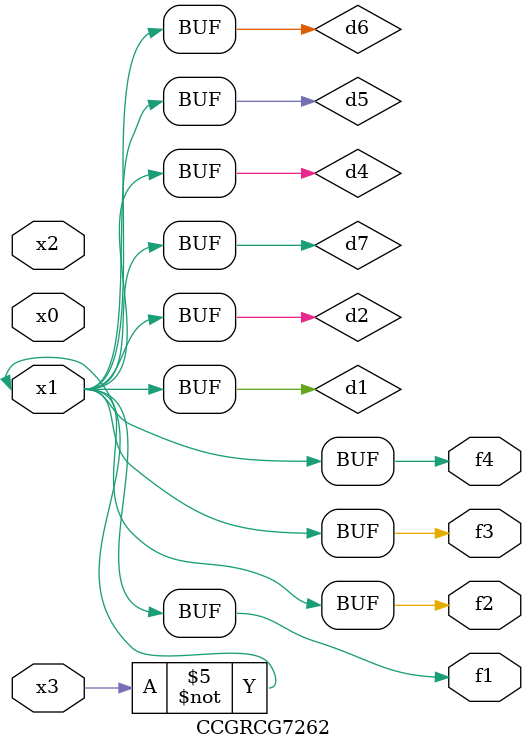
<source format=v>
module CCGRCG7262(
	input x0, x1, x2, x3,
	output f1, f2, f3, f4
);

	wire d1, d2, d3, d4, d5, d6, d7;

	not (d1, x3);
	buf (d2, x1);
	xnor (d3, d1, d2);
	nor (d4, d1);
	buf (d5, d1, d2);
	buf (d6, d4, d5);
	nand (d7, d4);
	assign f1 = d6;
	assign f2 = d7;
	assign f3 = d6;
	assign f4 = d6;
endmodule

</source>
